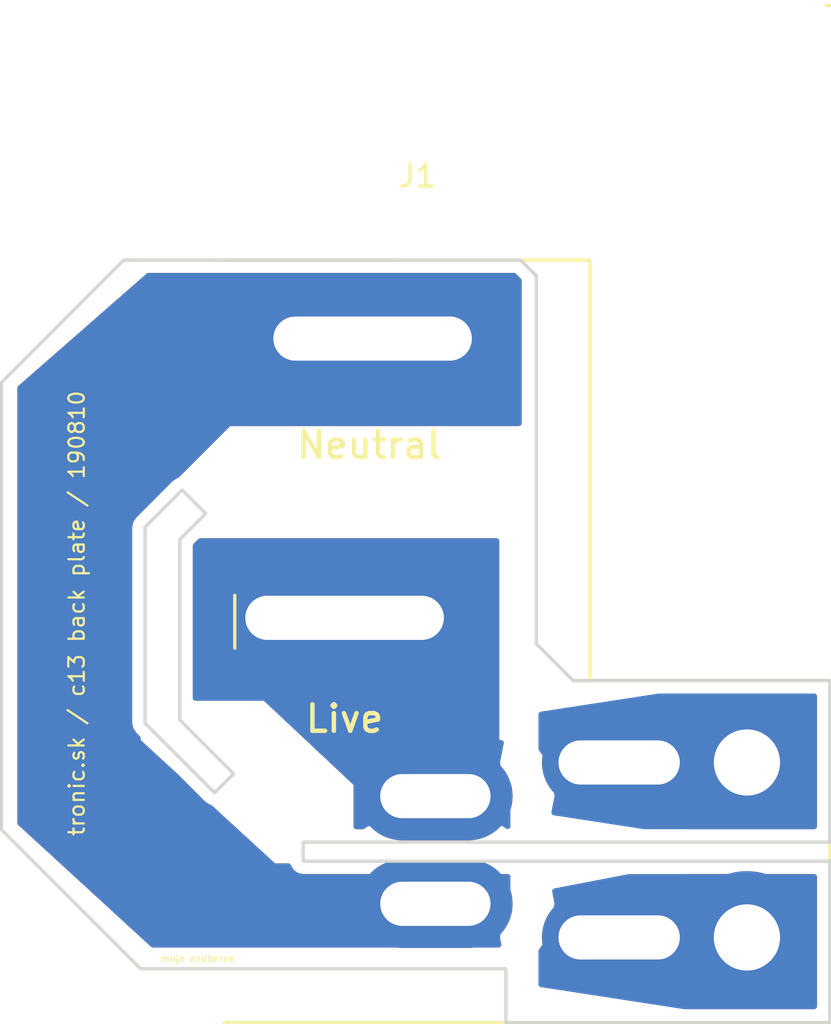
<source format=kicad_pcb>
(kicad_pcb (version 4) (host pcbnew 4.0.7)

  (general
    (links 4)
    (no_connects 0)
    (area 186.284799 57.811599 223.976001 92.505601)
    (thickness 1.6)
    (drawings 37)
    (tracks 9)
    (zones 0)
    (modules 1)
    (nets 5)
  )

  (page A4)
  (layers
    (0 F.Cu signal)
    (31 B.Cu signal)
    (32 B.Adhes user)
    (33 F.Adhes user)
    (34 B.Paste user)
    (35 F.Paste user)
    (36 B.SilkS user)
    (37 F.SilkS user)
    (38 B.Mask user)
    (39 F.Mask user)
    (40 Dwgs.User user)
    (41 Cmts.User user)
    (42 Eco1.User user)
    (43 Eco2.User user)
    (44 Edge.Cuts user)
    (45 Margin user)
    (46 B.CrtYd user)
    (47 F.CrtYd user)
    (48 B.Fab user)
    (49 F.Fab user)
  )

  (setup
    (last_trace_width 0.25)
    (trace_clearance 0.2)
    (zone_clearance 0.508)
    (zone_45_only no)
    (trace_min 0.2)
    (segment_width 0.2)
    (edge_width 0.15)
    (via_size 0.6)
    (via_drill 0.4)
    (via_min_size 0.4)
    (via_min_drill 0.3)
    (uvia_size 0.3)
    (uvia_drill 0.1)
    (uvias_allowed no)
    (uvia_min_size 0.2)
    (uvia_min_drill 0.1)
    (pcb_text_width 0.3)
    (pcb_text_size 1.5 1.5)
    (mod_edge_width 0.15)
    (mod_text_size 1 1)
    (mod_text_width 0.15)
    (pad_size 12 5)
    (pad_drill 9)
    (pad_to_mask_clearance 0.2)
    (solder_mask_min_width 0.25)
    (aux_axis_origin 0 0)
    (grid_origin 130.683 96.139)
    (visible_elements 7FFFFFFF)
    (pcbplotparams
      (layerselection 0x010f0_80000001)
      (usegerberextensions true)
      (excludeedgelayer true)
      (linewidth 0.100000)
      (plotframeref false)
      (viasonmask false)
      (mode 1)
      (useauxorigin false)
      (hpglpennumber 1)
      (hpglpenspeed 20)
      (hpglpendiameter 15)
      (hpglpenoverlay 2)
      (psnegative false)
      (psa4output false)
      (plotreference true)
      (plotvalue true)
      (plotinvisibletext false)
      (padsonsilk false)
      (subtractmaskfromsilk false)
      (outputformat 1)
      (mirror false)
      (drillshape 0)
      (scaleselection 1)
      (outputdirectory gerber/))
  )

  (net 0 "")
  (net 1 "Net-(J1-Pad2)")
  (net 2 "Net-(J1-Pad1)")
  (net 3 "Net-(J1-Pad5)")
  (net 4 "Net-(J1-Pad6)")

  (net_class Default "This is the default net class."
    (clearance 0.2)
    (trace_width 0.25)
    (via_dia 0.6)
    (via_drill 0.4)
    (uvia_dia 0.3)
    (uvia_drill 0.1)
  )

  (net_class 2kv ""
    (clearance 2)
    (trace_width 1)
    (via_dia 1.5)
    (via_drill 1)
    (uvia_dia 0.75)
    (uvia_drill 0.25)
  )

  (net_class mains ""
    (clearance 1.8)
    (trace_width 5)
    (via_dia 3)
    (via_drill 2)
    (uvia_dia 1.5)
    (uvia_drill 0.5)
    (add_net "Net-(J1-Pad1)")
    (add_net "Net-(J1-Pad2)")
    (add_net "Net-(J1-Pad5)")
    (add_net "Net-(J1-Pad6)")
  )

  (net_class power ""
    (clearance 0.4)
    (trace_width 1)
    (via_dia 1.5)
    (via_drill 1)
    (uvia_dia 0.75)
    (uvia_drill 0.25)
  )

  (module psw-library:psw-c13-plug (layer F.Cu) (tedit 5D4ECF7D) (tstamp 5C475072)
    (at 196.469 46.355)
    (path /5C474164)
    (fp_text reference J1 (at 8.7376 7.7216) (layer F.SilkS)
      (effects (font (size 1 1) (thickness 0.15)))
    )
    (fp_text value Conn_01x06 (at 8.382 9.6012) (layer F.Fab)
      (effects (font (size 1 1) (thickness 0.15)))
    )
    (fp_line (start 27.432 30.5816) (end 27.432 46.0756) (layer F.SilkS) (width 0.15))
    (fp_line (start 27.432 46.0756) (end 0 46.0756) (layer F.SilkS) (width 0.15))
    (fp_line (start 16.5608 11.5316) (end 16.5608 30.5816) (layer F.SilkS) (width 0.15))
    (fp_line (start 16.5608 30.5816) (end 27.432 30.5816) (layer F.SilkS) (width 0.15))
    (fp_line (start 7.62 11.5316) (end 0 11.5316) (layer F.SilkS) (width 0.15))
    (fp_line (start 0 11.5316) (end 16.5608 11.5316) (layer F.SilkS) (width 0.15))
    (fp_line (start 0.4572 26.7208) (end 0.4572 29.1084) (layer F.SilkS) (width 0.15))
    (fp_line (start 27.2796 0) (end 27.432 0) (layer F.SilkS) (width 0.15))
    (pad 2 thru_hole oval (at 5.4356 27.7368) (size 12 5) (drill oval 9 2) (layers *.Cu *.Mask)
      (net 1 "Net-(J1-Pad2)") (zone_connect 2))
    (pad 1 thru_hole oval (at 6.7056 15.0876) (size 12 5) (drill oval 9 2) (layers *.Cu *.Mask)
      (net 2 "Net-(J1-Pad1)") (zone_connect 2))
    (pad 5 thru_hole oval (at 17.8816 34.29) (size 7 4) (drill oval 5.5 2) (layers *.Cu *.Mask)
      (net 3 "Net-(J1-Pad5)") (zone_connect 2))
    (pad 6 thru_hole oval (at 17.8816 42.2148) (size 7 4) (drill oval 5.5 2) (layers *.Cu *.Mask)
      (net 4 "Net-(J1-Pad6)") (zone_connect 2))
    (pad 3 thru_hole oval (at 9.5504 35.814) (size 7 4) (drill oval 5 2) (layers *.Cu *.Mask)
      (net 1 "Net-(J1-Pad2)") (zone_connect 2))
    (pad 4 thru_hole oval (at 9.5504 40.6908) (size 7 4) (drill oval 5 2) (layers *.Cu *.Mask)
      (net 2 "Net-(J1-Pad1)") (zone_connect 2))
    (pad 5 thru_hole circle (at 23.6728 34.29) (size 6 6) (drill 3) (layers *.Cu *.Mask)
      (net 3 "Net-(J1-Pad5)") (zone_connect 2))
    (pad 6 thru_hole circle (at 23.6728 42.2148) (size 6 6) (drill 3) (layers *.Cu *.Mask)
      (net 4 "Net-(J1-Pad6)") (zone_connect 2))
  )

  (gr_text Neutral (at 203.0222 66.2686) (layer F.SilkS)
    (effects (font (size 1.2 1.2) (thickness 0.2)))
  )
  (gr_text Live (at 201.9046 78.6638) (layer F.SilkS)
    (effects (font (size 1.2 1.2) (thickness 0.2)))
  )
  (gr_line (start 210.5914 58.5978) (end 209.8802 57.8866) (angle 90) (layer Edge.Cuts) (width 0.15))
  (gr_line (start 212.2678 76.9366) (end 212.4202 76.9366) (angle 90) (layer Edge.Cuts) (width 0.15))
  (gr_line (start 210.5914 75.2602) (end 212.2678 76.9366) (angle 90) (layer Edge.Cuts) (width 0.15))
  (gr_line (start 210.5914 58.5978) (end 210.5914 75.2602) (angle 90) (layer Edge.Cuts) (width 0.15))
  (gr_line (start 209.8802 57.8866) (end 196.3928 57.8866) (angle 90) (layer Edge.Cuts) (width 0.15))
  (gr_line (start 212.3186 76.9112) (end 212.3186 76.9366) (angle 90) (layer Edge.Cuts) (width 0.15))
  (gr_text "moje nadherne" (at 195.2498 89.535) (layer F.SilkS)
    (effects (font (size 0.3 0.3) (thickness 0.05)))
  )
  (gr_text "tronic.sk / c13 back plate / 190810" (at 189.7634 73.8886 90) (layer F.SilkS)
    (effects (font (size 0.7 0.7) (thickness 0.1)))
  )
  (gr_line (start 192.659 89.9922) (end 192.7098 89.9922) (angle 90) (layer Edge.Cuts) (width 0.15))
  (gr_line (start 186.3598 83.693) (end 192.659 89.9922) (angle 90) (layer Edge.Cuts) (width 0.15))
  (gr_line (start 223.901 92.4306) (end 223.901 92.3798) (angle 90) (layer Edge.Cuts) (width 0.15))
  (gr_line (start 209.2198 92.4306) (end 223.901 92.4306) (angle 90) (layer Edge.Cuts) (width 0.15))
  (gr_line (start 209.2198 89.9922) (end 209.2198 92.4306) (angle 90) (layer Edge.Cuts) (width 0.15))
  (gr_line (start 192.7098 89.9922) (end 209.2198 89.9922) (angle 90) (layer Edge.Cuts) (width 0.15))
  (gr_line (start 213.0298 76.9366) (end 212.3186 76.9366) (angle 90) (layer Edge.Cuts) (width 0.15))
  (gr_line (start 192.659 57.8866) (end 191.897 57.8866) (angle 90) (layer Edge.Cuts) (width 0.15))
  (gr_line (start 186.3598 63.4238) (end 186.3598 83.693) (angle 90) (layer Edge.Cuts) (width 0.15))
  (gr_line (start 191.897 57.8866) (end 186.3598 63.4238) (angle 90) (layer Edge.Cuts) (width 0.15))
  (gr_line (start 192.8622 78.867) (end 196.0118 82.0166) (angle 90) (layer Edge.Cuts) (width 0.15))
  (gr_line (start 192.8622 69.977) (end 192.8622 78.867) (angle 90) (layer Edge.Cuts) (width 0.15))
  (gr_line (start 194.5386 68.3006) (end 192.8622 69.977) (angle 90) (layer Edge.Cuts) (width 0.15))
  (gr_line (start 195.6054 69.3674) (end 194.5386 68.3006) (angle 90) (layer Edge.Cuts) (width 0.15))
  (gr_line (start 194.437 70.5358) (end 195.6054 69.3674) (angle 90) (layer Edge.Cuts) (width 0.15))
  (gr_line (start 194.437 78.7146) (end 194.437 70.5358) (angle 90) (layer Edge.Cuts) (width 0.15))
  (gr_line (start 194.691 78.9686) (end 194.437 78.7146) (angle 90) (layer Edge.Cuts) (width 0.15))
  (gr_line (start 196.8754 81.153) (end 194.691 78.9686) (angle 90) (layer Edge.Cuts) (width 0.15))
  (gr_line (start 196.0118 82.0166) (end 196.8754 81.153) (angle 90) (layer Edge.Cuts) (width 0.15))
  (gr_line (start 223.901 85.1154) (end 223.901 92.4306) (angle 90) (layer Edge.Cuts) (width 0.15))
  (gr_line (start 223.901 84.2518) (end 223.901 76.9874) (angle 90) (layer Edge.Cuts) (width 0.15))
  (gr_line (start 200.025 84.2518) (end 204.4954 84.2518) (angle 90) (layer Edge.Cuts) (width 0.15))
  (gr_line (start 200.025 85.1154) (end 200.025 84.2518) (angle 90) (layer Edge.Cuts) (width 0.15))
  (gr_line (start 223.901 85.1154) (end 200.025 85.1154) (angle 90) (layer Edge.Cuts) (width 0.15))
  (gr_line (start 204.3938 84.2518) (end 223.901 84.2518) (angle 90) (layer Edge.Cuts) (width 0.15))
  (gr_line (start 196.5706 57.8866) (end 192.659 57.8866) (angle 90) (layer Edge.Cuts) (width 0.15))
  (gr_line (start 213.0298 76.9366) (end 223.901 76.9366) (angle 90) (layer Edge.Cuts) (width 0.15))

  (segment (start 201.9046 74.0918) (end 201.9046 78.0542) (width 0.25) (layer F.Cu) (net 1))
  (segment (start 201.9046 78.0542) (end 206.0194 82.169) (width 0.25) (layer F.Cu) (net 1) (tstamp 5C47508C))
  (segment (start 206.0194 87.0458) (end 192.7606 87.0458) (width 0.25) (layer F.Cu) (net 2))
  (segment (start 193.8782 61.4426) (end 203.1746 61.4426) (width 0.25) (layer F.Cu) (net 2) (tstamp 5C475096))
  (segment (start 191.6938 63.627) (end 193.8782 61.4426) (width 0.25) (layer F.Cu) (net 2) (tstamp 5C475094))
  (segment (start 191.6938 85.979) (end 191.6938 63.627) (width 0.25) (layer F.Cu) (net 2) (tstamp 5C475092))
  (segment (start 192.7606 87.0458) (end 191.6938 85.979) (width 0.25) (layer F.Cu) (net 2) (tstamp 5C475090))
  (segment (start 214.3506 80.645) (end 220.1418 80.645) (width 0.25) (layer F.Cu) (net 3))
  (segment (start 214.3506 88.5698) (end 220.1418 88.5698) (width 0.25) (layer F.Cu) (net 4))

  (zone (net 3) (net_name "Net-(J1-Pad5)") (layer F.Cu) (tstamp 5C47509B) (hatch edge 0.508)
    (connect_pads (clearance 0.508))
    (min_thickness 0.254)
    (fill yes (arc_segments 16) (thermal_gap 0.508) (thermal_bridge_width 0.508))
    (polygon
      (pts
        (xy 210.693 80.645) (xy 210.693 78.359) (xy 217.297 78.359) (xy 217.297 77.343) (xy 223.393 77.343)
        (xy 223.393 83.947) (xy 217.297 83.947) (xy 217.297 82.931) (xy 210.693 82.931) (xy 210.693 80.899)
      )
    )
    (filled_polygon
      (pts
        (xy 223.191 83.5418) (xy 217.424 83.5418) (xy 217.424 82.931) (xy 217.413994 82.88159) (xy 217.385553 82.839965)
        (xy 217.343159 82.812685) (xy 217.297 82.804) (xy 211.426412 82.804) (xy 211.552721 82.169) (xy 211.253796 80.666202)
        (xy 210.82 80.016981) (xy 210.82 78.486) (xy 217.297 78.486) (xy 217.34641 78.475994) (xy 217.388035 78.447553)
        (xy 217.415315 78.405159) (xy 217.424 78.359) (xy 217.424 77.6466) (xy 223.191 77.6466)
      )
    )
  )
  (zone (net 4) (net_name "Net-(J1-Pad6)") (layer F.Cu) (tstamp 5C4750CB) (hatch edge 0.508)
    (connect_pads (clearance 0.508))
    (min_thickness 0.254)
    (fill yes (arc_segments 16) (thermal_gap 0.508) (thermal_bridge_width 0.508))
    (polygon
      (pts
        (xy 223.393 91.821) (xy 217.297 91.821) (xy 217.297 90.805) (xy 210.693 90.805) (xy 210.693 86.487)
        (xy 217.297 86.487) (xy 217.297 85.217) (xy 223.393 85.217)
      )
    )
    (filled_polygon
      (pts
        (xy 223.191 91.694) (xy 217.424 91.694) (xy 217.424 90.805) (xy 217.413994 90.75559) (xy 217.385553 90.713965)
        (xy 217.343159 90.686685) (xy 217.297 90.678) (xy 210.82 90.678) (xy 210.82 89.197819) (xy 211.253796 88.548598)
        (xy 211.552721 87.0458) (xy 211.466831 86.614) (xy 217.297 86.614) (xy 217.34641 86.603994) (xy 217.388035 86.575553)
        (xy 217.415315 86.533159) (xy 217.424 86.487) (xy 217.424 85.8254) (xy 223.191 85.8254)
      )
    )
  )
  (zone (net 1) (net_name "Net-(J1-Pad2)") (layer F.Cu) (tstamp 5C4750F4) (hatch edge 0.508)
    (connect_pads (clearance 0.508))
    (min_thickness 0.254)
    (fill yes (arc_segments 16) (thermal_gap 0.508) (thermal_bridge_width 0.508))
    (polygon
      (pts
        (xy 206.121 83.947) (xy 209.423 83.947) (xy 209.423 79.629) (xy 208.915 79.629) (xy 208.915 72.263)
        (xy 208.915 70.485) (xy 194.945 70.485) (xy 194.945 77.851) (xy 198.247 77.851) (xy 202.311 81.661)
        (xy 202.311 83.947)
      )
    )
    (filled_polygon
      (pts
        (xy 208.788 79.629) (xy 208.798006 79.67841) (xy 208.826447 79.720035) (xy 208.868841 79.747315) (xy 208.915 79.756)
        (xy 208.994112 79.756) (xy 208.817279 80.645) (xy 209.116204 82.147798) (xy 209.296 82.416881) (xy 209.296 83.529632)
        (xy 209.128519 83.417725) (xy 207.625721 83.1188) (xy 204.413079 83.1188) (xy 202.910281 83.417725) (xy 202.72459 83.5418)
        (xy 202.438 83.5418) (xy 202.438 81.661) (xy 202.427994 81.61159) (xy 202.397861 81.568349) (xy 198.333861 77.758349)
        (xy 198.290971 77.731855) (xy 198.247 77.724) (xy 195.147 77.724) (xy 195.147 70.829892) (xy 195.364892 70.612)
        (xy 208.788 70.612)
      )
    )
  )
  (zone (net 2) (net_name "Net-(J1-Pad1)") (layer F.Cu) (tstamp 5C475122) (hatch edge 0.508)
    (connect_pads (clearance 0.508))
    (min_thickness 0.254)
    (fill yes (arc_segments 16) (thermal_gap 0.508) (thermal_bridge_width 0.508))
    (polygon
      (pts
        (xy 205.613 85.217) (xy 209.423 85.217) (xy 209.423 89.027) (xy 203.581 89.027) (xy 193.167 89.027)
        (xy 187.071 83.439) (xy 187.071 63.627) (xy 193.167 58.293) (xy 209.931 58.293) (xy 209.931 65.405)
        (xy 196.723 65.405) (xy 192.659 69.469) (xy 192.659 79.629) (xy 198.755 85.217) (xy 205.867 85.217)
      )
    )
    (filled_polygon
      (pts
        (xy 209.804 58.814492) (xy 209.804 65.278) (xy 196.723 65.278) (xy 196.67359 65.288006) (xy 196.633197 65.315197)
        (xy 194.312899 67.635495) (xy 194.266895 67.644646) (xy 194.036554 67.798554) (xy 192.360154 69.474954) (xy 192.206246 69.705295)
        (xy 192.1522 69.977) (xy 192.1522 78.867) (xy 192.206246 79.138705) (xy 192.360154 79.369046) (xy 192.532 79.540892)
        (xy 192.532 79.629) (xy 192.542006 79.67841) (xy 192.573183 79.722619) (xy 194.259711 81.268603) (xy 195.509754 82.518646)
        (xy 195.740095 82.672554) (xy 195.805483 82.685561) (xy 198.669183 85.310619) (xy 198.712367 85.33663) (xy 198.755 85.344)
        (xy 199.360472 85.344) (xy 199.369046 85.387105) (xy 199.522954 85.617446) (xy 199.753295 85.771354) (xy 200.025 85.8254)
        (xy 203.05268 85.8254) (xy 204.413079 86.096) (xy 207.625721 86.096) (xy 208.98612 85.8254) (xy 209.296 85.8254)
        (xy 209.296 86.797919) (xy 209.116204 87.067002) (xy 208.817279 88.5698) (xy 208.88296 88.9) (xy 193.216401 88.9)
        (xy 187.198 83.383132) (xy 187.198 63.684628) (xy 193.012889 58.5966) (xy 209.586108 58.5966)
      )
    )
  )
  (zone (net 0) (net_name "") (layer F.Mask) (tstamp 5C474D39) (hatch edge 0.508)
    (connect_pads (clearance 0.508))
    (min_thickness 0.254)
    (fill yes (arc_segments 16) (thermal_gap 0.508) (thermal_bridge_width 0.508))
    (polygon
      (pts
        (xy 198.755 85.217) (xy 209.423 85.217) (xy 209.423 89.027) (xy 197.9422 89.027) (xy 197.9422 84.455)
      )
    )
    (filled_polygon
      (pts
        (xy 198.668139 85.309651) (xy 198.711029 85.336145) (xy 198.755 85.344) (xy 209.296 85.344) (xy 209.296 88.9)
        (xy 198.0692 88.9) (xy 198.0692 84.748146)
      )
    )
  )
  (zone (net 1) (net_name "Net-(J1-Pad2)") (layer B.Cu) (tstamp 5C8E84EC) (hatch edge 0.508)
    (connect_pads (clearance 0.508))
    (min_thickness 0.254)
    (fill yes (arc_segments 16) (thermal_gap 0.508) (thermal_bridge_width 0.508))
    (polygon
      (pts
        (xy 208.915 79.629) (xy 209.423 79.629) (xy 209.423 83.947) (xy 202.311 83.947) (xy 202.311 81.661)
        (xy 198.247 77.851) (xy 194.945 77.851) (xy 194.945 70.485) (xy 208.915 70.485)
      )
    )
    (filled_polygon
      (pts
        (xy 208.788 79.629) (xy 208.798006 79.67841) (xy 208.826447 79.720035) (xy 208.868841 79.747315) (xy 208.915 79.756)
        (xy 208.994112 79.756) (xy 208.817279 80.645) (xy 209.116204 82.147798) (xy 209.296 82.416881) (xy 209.296 83.529632)
        (xy 209.128519 83.417725) (xy 207.625721 83.1188) (xy 204.413079 83.1188) (xy 202.910281 83.417725) (xy 202.72459 83.5418)
        (xy 202.438 83.5418) (xy 202.438 81.661) (xy 202.427994 81.61159) (xy 202.397861 81.568349) (xy 198.333861 77.758349)
        (xy 198.290971 77.731855) (xy 198.247 77.724) (xy 195.147 77.724) (xy 195.147 70.829892) (xy 195.364892 70.612)
        (xy 208.788 70.612)
      )
    )
  )
  (zone (net 2) (net_name "Net-(J1-Pad1)") (layer B.Cu) (tstamp 5C8E923B) (hatch edge 0.508)
    (connect_pads (clearance 0.508))
    (min_thickness 0.254)
    (fill yes (arc_segments 16) (thermal_gap 0.508) (thermal_bridge_width 0.508))
    (polygon
      (pts
        (xy 209.931 65.405) (xy 196.723 65.405) (xy 192.659 69.469) (xy 192.659 79.629) (xy 198.755 85.217)
        (xy 209.423 85.217) (xy 209.423 89.027) (xy 193.167 89.027) (xy 187.071 83.439) (xy 187.071 63.627)
        (xy 193.167 58.293) (xy 209.931 58.293)
      )
    )
    (filled_polygon
      (pts
        (xy 209.804 58.814492) (xy 209.804 65.278) (xy 196.723 65.278) (xy 196.67359 65.288006) (xy 196.633197 65.315197)
        (xy 194.312899 67.635495) (xy 194.266895 67.644646) (xy 194.036554 67.798554) (xy 192.360154 69.474954) (xy 192.206246 69.705295)
        (xy 192.1522 69.977) (xy 192.1522 78.867) (xy 192.206246 79.138705) (xy 192.360154 79.369046) (xy 192.532 79.540892)
        (xy 192.532 79.629) (xy 192.542006 79.67841) (xy 192.573183 79.722619) (xy 194.259711 81.268603) (xy 195.509754 82.518646)
        (xy 195.740095 82.672554) (xy 195.805483 82.685561) (xy 198.669183 85.310619) (xy 198.712367 85.33663) (xy 198.755 85.344)
        (xy 199.360472 85.344) (xy 199.369046 85.387105) (xy 199.522954 85.617446) (xy 199.753295 85.771354) (xy 200.025 85.8254)
        (xy 203.05268 85.8254) (xy 204.413079 86.096) (xy 207.625721 86.096) (xy 208.98612 85.8254) (xy 209.296 85.8254)
        (xy 209.296 86.797919) (xy 209.116204 87.067002) (xy 208.817279 88.5698) (xy 208.88296 88.9) (xy 193.216401 88.9)
        (xy 187.198 83.383132) (xy 187.198 63.684628) (xy 193.012889 58.5966) (xy 209.586108 58.5966)
      )
    )
  )
  (zone (net 3) (net_name "Net-(J1-Pad5)") (layer B.Cu) (tstamp 5C8E9285) (hatch edge 0.508)
    (connect_pads (clearance 0.508))
    (min_thickness 0.254)
    (fill yes (arc_segments 16) (thermal_gap 0.508) (thermal_bridge_width 0.508))
    (polygon
      (pts
        (xy 223.393 83.947) (xy 217.297 83.947) (xy 210.693 82.931) (xy 210.693 78.359) (xy 217.297 77.343)
        (xy 223.393 77.343)
      )
    )
    (filled_polygon
      (pts
        (xy 223.191 83.5418) (xy 215.498409 83.5418) (xy 211.404922 82.912033) (xy 211.552721 82.169) (xy 211.253796 80.666202)
        (xy 210.82 80.016981) (xy 210.82 78.467955) (xy 216.15881 77.6466) (xy 223.191 77.6466)
      )
    )
  )
  (zone (net 4) (net_name "Net-(J1-Pad6)") (layer B.Cu) (tstamp 5C8E92C6) (hatch edge 0.508)
    (connect_pads (clearance 0.508))
    (min_thickness 0.254)
    (fill yes (arc_segments 16) (thermal_gap 0.508) (thermal_bridge_width 0.508))
    (polygon
      (pts
        (xy 223.393 91.821) (xy 217.297 91.821) (xy 210.693 90.805) (xy 210.693 86.487) (xy 217.297 85.217)
        (xy 223.393 85.217)
      )
    )
    (filled_polygon
      (pts
        (xy 223.191 91.694) (xy 217.30671 91.694) (xy 210.82 90.696045) (xy 210.82 89.197819) (xy 211.253796 88.548598)
        (xy 211.552721 87.0458) (xy 211.438766 86.472911) (xy 214.805822 85.8254) (xy 223.191 85.8254)
      )
    )
  )
)

</source>
